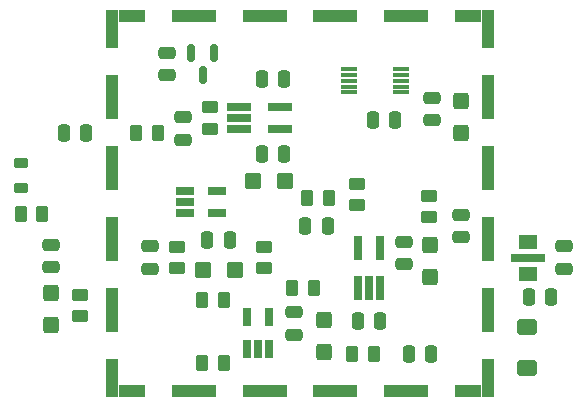
<source format=gbr>
%TF.GenerationSoftware,KiCad,Pcbnew,7.0.7-7.0.7~ubuntu23.04.1*%
%TF.CreationDate,2023-10-02T12:35:49+00:00*%
%TF.ProjectId,PCRD07,50435244-3037-42e6-9b69-6361645f7063,REV*%
%TF.SameCoordinates,PX6bb53e0PY7c5bf00*%
%TF.FileFunction,Paste,Bot*%
%TF.FilePolarity,Positive*%
%FSLAX46Y46*%
G04 Gerber Fmt 4.6, Leading zero omitted, Abs format (unit mm)*
G04 Created by KiCad (PCBNEW 7.0.7-7.0.7~ubuntu23.04.1) date 2023-10-02 12:35:49*
%MOMM*%
%LPD*%
G01*
G04 APERTURE LIST*
G04 Aperture macros list*
%AMRoundRect*
0 Rectangle with rounded corners*
0 $1 Rounding radius*
0 $2 $3 $4 $5 $6 $7 $8 $9 X,Y pos of 4 corners*
0 Add a 4 corners polygon primitive as box body*
4,1,4,$2,$3,$4,$5,$6,$7,$8,$9,$2,$3,0*
0 Add four circle primitives for the rounded corners*
1,1,$1+$1,$2,$3*
1,1,$1+$1,$4,$5*
1,1,$1+$1,$6,$7*
1,1,$1+$1,$8,$9*
0 Add four rect primitives between the rounded corners*
20,1,$1+$1,$2,$3,$4,$5,0*
20,1,$1+$1,$4,$5,$6,$7,0*
20,1,$1+$1,$6,$7,$8,$9,0*
20,1,$1+$1,$8,$9,$2,$3,0*%
G04 Aperture macros list end*
%ADD10RoundRect,0.250000X0.475000X-0.250000X0.475000X0.250000X-0.475000X0.250000X-0.475000X-0.250000X0*%
%ADD11R,0.650000X2.000000*%
%ADD12RoundRect,0.250000X-0.250000X-0.475000X0.250000X-0.475000X0.250000X0.475000X-0.250000X0.475000X0*%
%ADD13RoundRect,0.250000X-0.425000X0.450000X-0.425000X-0.450000X0.425000X-0.450000X0.425000X0.450000X0*%
%ADD14RoundRect,0.250000X0.250000X0.475000X-0.250000X0.475000X-0.250000X-0.475000X0.250000X-0.475000X0*%
%ADD15RoundRect,0.250000X-0.475000X0.250000X-0.475000X-0.250000X0.475000X-0.250000X0.475000X0.250000X0*%
%ADD16RoundRect,0.250000X-0.600000X0.400000X-0.600000X-0.400000X0.600000X-0.400000X0.600000X0.400000X0*%
%ADD17RoundRect,0.250000X-0.450000X0.262500X-0.450000X-0.262500X0.450000X-0.262500X0.450000X0.262500X0*%
%ADD18RoundRect,0.250000X0.450000X-0.262500X0.450000X0.262500X-0.450000X0.262500X-0.450000X-0.262500X0*%
%ADD19RoundRect,0.250000X-0.262500X-0.450000X0.262500X-0.450000X0.262500X0.450000X-0.262500X0.450000X0*%
%ADD20RoundRect,0.250000X0.262500X0.450000X-0.262500X0.450000X-0.262500X-0.450000X0.262500X-0.450000X0*%
%ADD21R,1.500000X1.300000*%
%ADD22R,3.000000X0.700000*%
%ADD23R,1.000000X1.000000*%
%ADD24R,1.000000X2.300000*%
%ADD25R,1.000000X3.800000*%
%ADD26R,2.300000X1.000000*%
%ADD27R,3.800000X1.000000*%
%ADD28R,0.650000X1.560000*%
%ADD29R,1.560000X0.650000*%
%ADD30RoundRect,0.250000X0.450000X0.425000X-0.450000X0.425000X-0.450000X-0.425000X0.450000X-0.425000X0*%
%ADD31R,1.400000X0.300000*%
%ADD32RoundRect,0.150000X-0.150000X0.587500X-0.150000X-0.587500X0.150000X-0.587500X0.150000X0.587500X0*%
%ADD33RoundRect,0.218750X0.381250X-0.218750X0.381250X0.218750X-0.381250X0.218750X-0.381250X-0.218750X0*%
%ADD34R,2.000000X0.650000*%
G04 APERTURE END LIST*
D10*
%TO.C,C2*%
X22860000Y19878000D03*
X22860000Y21778000D03*
%TD*%
D11*
%TO.C,U2*%
X42352000Y18229000D03*
X41402000Y18229000D03*
X40452000Y18229000D03*
X40452000Y21649000D03*
X42352000Y21649000D03*
%TD*%
D10*
%TO.C,C1*%
X57912000Y19878000D03*
X57912000Y21778000D03*
%TD*%
D12*
%TO.C,C4*%
X54930000Y17526000D03*
X56830000Y17526000D03*
%TD*%
D13*
%TO.C,C7*%
X46562000Y21924000D03*
X46562000Y19224000D03*
%TD*%
D10*
%TO.C,C8*%
X25654000Y30800000D03*
X25654000Y32700000D03*
%TD*%
D14*
%TO.C,C9*%
X34224000Y35941000D03*
X32324000Y35941000D03*
%TD*%
D15*
%TO.C,C12*%
X44323000Y22159000D03*
X44323000Y20259000D03*
%TD*%
D14*
%TO.C,C13*%
X29605000Y22286000D03*
X27705000Y22286000D03*
%TD*%
D15*
%TO.C,C14*%
X35052000Y16190000D03*
X35052000Y14290000D03*
%TD*%
D12*
%TO.C,C19*%
X40452000Y15494000D03*
X42352000Y15494000D03*
%TD*%
D16*
%TO.C,D1*%
X54737000Y14958000D03*
X54737000Y11458000D03*
%TD*%
D17*
%TO.C,R1*%
X40386000Y27074500D03*
X40386000Y25249500D03*
%TD*%
D18*
%TO.C,R3*%
X46482000Y24233500D03*
X46482000Y26058500D03*
%TD*%
%TO.C,R4*%
X32512000Y19915500D03*
X32512000Y21740500D03*
%TD*%
D19*
%TO.C,R5*%
X39981500Y12700000D03*
X41806500Y12700000D03*
%TD*%
D18*
%TO.C,R12*%
X25146000Y19915500D03*
X25146000Y21740500D03*
%TD*%
D20*
%TO.C,R13*%
X36726500Y18288000D03*
X34901500Y18288000D03*
%TD*%
D21*
%TO.C,C21*%
X54864000Y22178000D03*
D22*
X54864000Y20828000D03*
D21*
X54864000Y19478000D03*
%TD*%
D23*
%TO.C,M5*%
X19660000Y41300000D03*
D24*
X19660000Y39650000D03*
D25*
X19660000Y34400000D03*
X19660000Y28400000D03*
X19660000Y22400000D03*
X19660000Y16400000D03*
D24*
X19660000Y11150000D03*
D23*
X19660000Y9500000D03*
D26*
X21310000Y41300000D03*
X21310000Y9500000D03*
D27*
X26560000Y41300000D03*
X26560000Y9500000D03*
X32560000Y41300000D03*
X32560000Y9500000D03*
X38560000Y41300000D03*
X38560000Y9500000D03*
X44560000Y41300000D03*
X44560000Y9500000D03*
D26*
X49810000Y41300000D03*
X49810000Y9500000D03*
D23*
X51460000Y41300000D03*
D24*
X51460000Y39650000D03*
D25*
X51460000Y34400000D03*
X51460000Y28400000D03*
X51460000Y22400000D03*
X51460000Y16400000D03*
D24*
X51460000Y11150000D03*
D23*
X51460000Y9500000D03*
%TD*%
D28*
%TO.C,U5*%
X32954000Y13128000D03*
X32004000Y13128000D03*
X31054000Y13128000D03*
X31054000Y15828000D03*
X32954000Y15828000D03*
%TD*%
D29*
%TO.C,U1*%
X25828000Y24577000D03*
X25828000Y25527000D03*
X25828000Y26477000D03*
X28528000Y26477000D03*
X28528000Y24577000D03*
%TD*%
D15*
%TO.C,C18*%
X46736000Y34351000D03*
X46736000Y32451000D03*
%TD*%
D30*
%TO.C,C11*%
X34243000Y27305000D03*
X31543000Y27305000D03*
%TD*%
D14*
%TO.C,C20*%
X43622000Y32512000D03*
X41722000Y32512000D03*
%TD*%
D19*
%TO.C,R11*%
X11914500Y24511000D03*
X13739500Y24511000D03*
%TD*%
D13*
%TO.C,C5*%
X37592000Y15574000D03*
X37592000Y12874000D03*
%TD*%
D31*
%TO.C,U3*%
X39710000Y34814000D03*
X39710000Y35314000D03*
X39710000Y35814000D03*
X39710000Y36314000D03*
X39710000Y36814000D03*
X44110000Y36814000D03*
X44110000Y36314000D03*
X44110000Y35814000D03*
X44110000Y35314000D03*
X44110000Y34814000D03*
%TD*%
D20*
%TO.C,R6*%
X29106500Y17272000D03*
X27281500Y17272000D03*
%TD*%
D32*
%TO.C,U4*%
X26355000Y38148500D03*
X28255000Y38148500D03*
X27305000Y36273500D03*
%TD*%
D30*
%TO.C,C6*%
X30052000Y19746000D03*
X27352000Y19746000D03*
%TD*%
D10*
%TO.C,C17*%
X14478000Y20005000D03*
X14478000Y21905000D03*
%TD*%
D14*
%TO.C,C15*%
X34224000Y29591000D03*
X32324000Y29591000D03*
%TD*%
D15*
%TO.C,C22*%
X24257000Y38161000D03*
X24257000Y36261000D03*
%TD*%
D19*
%TO.C,R9*%
X36171500Y25908000D03*
X37996500Y25908000D03*
%TD*%
D20*
%TO.C,R8*%
X23518500Y31369000D03*
X21693500Y31369000D03*
%TD*%
D13*
%TO.C,C3*%
X49149000Y34116000D03*
X49149000Y31416000D03*
%TD*%
D19*
%TO.C,R2*%
X27281500Y11938000D03*
X29106500Y11938000D03*
%TD*%
D14*
%TO.C,C24*%
X37907000Y23495000D03*
X36007000Y23495000D03*
%TD*%
D18*
%TO.C,R7*%
X27940000Y31726500D03*
X27940000Y33551500D03*
%TD*%
D14*
%TO.C,C10*%
X17460000Y31369000D03*
X15560000Y31369000D03*
%TD*%
D13*
%TO.C,C16*%
X14478000Y17860000D03*
X14478000Y15160000D03*
%TD*%
D15*
%TO.C,C25*%
X49149000Y24445000D03*
X49149000Y22545000D03*
%TD*%
D17*
%TO.C,R10*%
X16891000Y17676500D03*
X16891000Y15851500D03*
%TD*%
D12*
%TO.C,C23*%
X44770000Y12700000D03*
X46670000Y12700000D03*
%TD*%
D33*
%TO.C,L1*%
X11938000Y26750500D03*
X11938000Y28875500D03*
%TD*%
D34*
%TO.C,U6*%
X30421000Y31689000D03*
X30421000Y32639000D03*
X30421000Y33589000D03*
X33841000Y33589000D03*
X33841000Y31689000D03*
%TD*%
M02*

</source>
